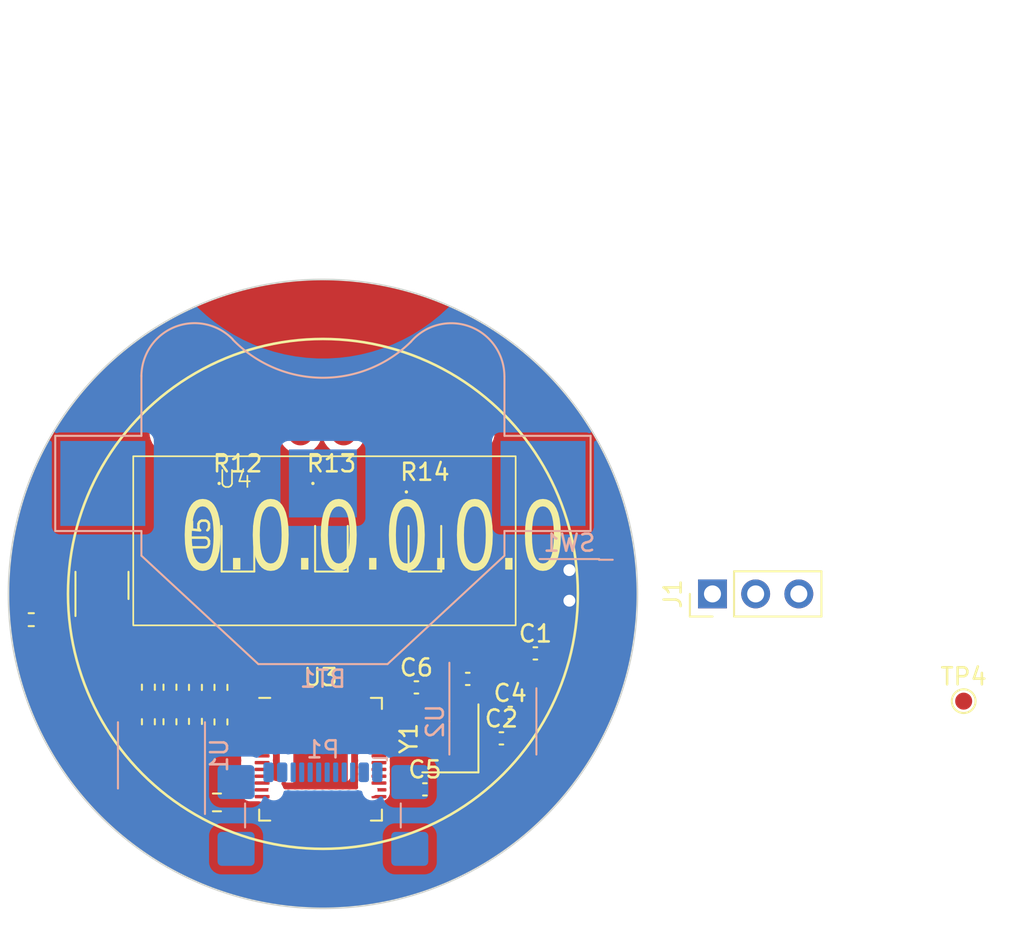
<source format=kicad_pcb>
(kicad_pcb (version 20221018) (generator pcbnew)
  (layers (0 "F.Cu" signal) (31 "B.Cu" signal) (34 "B.Paste" user) (35 "F.Paste" user) (36 "B.SilkS" user "B.Silkscreen") (37 "F.SilkS" user "F.Silkscreen") (38 "B.Mask" user) (39 "F.Mask" user) (44 "Edge.Cuts" user))
  (net 0 "")
  (net 1 "+3.3V")
  (net 2 "GND")
  (net 3 "Net-(U3-XIN)")
  (net 4 "Net-(U3-XOUT)")
  (net 5 "+1V1")
  (net 6 "Net-(R1-Pad1)")
  (net 7 "Net-(U1-~{CS})")
  (net 8 "+BATT")
  (net 9 "Net-(J1-Pin_1)")
  (net 10 "Net-(U3-RUN)")
  (net 11 "Net-(U1-DO(IO1))")
  (net 12 "Net-(U1-IO2)")
  (net 13 "Net-(U1-DI(IO0))")
  (net 14 "Net-(U1-CLK)")
  (net 15 "Net-(U1-IO3)")
  (net 17 "Net-(J1-Pin_3)")
  (net 18 "+5V")
  (net 19 "Net-(U5-PROG)")
  (net 20 "+3V3")
  (net 21 "/COM1")
  (net 22 "/COM2")
  (net 23 "/COM3")
  (net 24 "/COM4")
  (net 25 "/RTC_INT")
  (net 26 "/RTC_SDA")
  (net 27 "/A")
  (net 28 "/B")
  (net 29 "/C")
  (net 30 "/D")
  (net 31 "/E")
  (net 32 "/F")
  (net 33 "/G")
  (net 34 "/H")
  (net 35 "/I")
  (net 36 "/J")
  (net 37 "/K")
  (net 38 "/L")
  (net 40 "Net-(D1-A)")
  (net 51 "/usb_D-")
  (net 52 "/usb_D+")
  (net 56 "Net-(D2-A)")
  (net 57 "Net-(D3-A)")
  (net 58 "/light_en")
  (net 59 "/RTC_SCL")
  (net 60 "/light_sw")
  (footprint "Capacitor_SMD:C_0402_1005Metric" (layer "F.Cu") (at 156 111.5)
    (fp_text reference "C5" (at 0 -1.16) (layer "F.SilkS"))
    (fp_text value "1uF")
    (fp_line (start -0.107836 -0.36) (end 0.107836 -0.36) (stroke (width 0.12)) (layer "F.SilkS"))
    (fp_line (start -0.107836 0.36) (end 0.107836 0.36) (stroke (width 0.12)) (layer "F.SilkS"))
    (pad "1" smd roundrect (at -0.48 0) (size 0.56 0.62) (layers "F.Cu" "F.Paste" "F.Mask") (net 1 "+3.3V"))
    (pad "2" smd roundrect (at 0.48 0) (size 0.56 0.62) (layers "F.Cu" "F.Paste" "F.Mask") (net 2 "GND"))
  )
  (footprint "LED_SMD:LED_0805_2012Metric" (layer "F.Cu") (at 156 97 90)
    (fp_text reference "D3" hide)
    (fp_text value "LED" hide)
    (fp_line (start -1.685 -0.96) (end -1.685 0.96) (stroke (width 0.12)) (layer "F.SilkS"))
    (fp_line (start -1.685 0.96) (end 1 0.96) (stroke (width 0.12)) (layer "F.SilkS"))
    (fp_line (start 1 -0.96) (end -1.685 -0.96) (stroke (width 0.12)) (layer "F.SilkS"))
    (pad "1" smd roundrect (at -0.9375 0 90) (size 0.975 1.4) (layers "F.Cu" "F.Paste" "F.Mask") (net 2 "GND"))
    (pad "2" smd roundrect (at 0.9375 0 90) (size 0.975 1.4) (layers "F.Cu" "F.Paste" "F.Mask") (net 57 "Net-(D3-A)"))
  )
  (footprint "DIY_Watch_lib:6Dig7SegLCD" (layer "F.Cu") (at 150.09 96.75)
    (fp_text reference "U4" (at -5.25 -3.5 unlocked) (layer "F.SilkS") (effects (font (thickness 0.1))))
    (fp_text value "~")
    (fp_text user "0.0.0.0.0.0" (at -8.5 2.5 unlocked) (layer "F.SilkS") (effects (font (size 4 3) (thickness 0.1)) (justify left bottom)))
    (fp_rect (start -11.25 -4.85) (end 11.25 5.1) (stroke (width 0.1)) (fill none) (layer "F.SilkS"))
    (pad "1" smd circle (at -8.79 6.25) (size 1.524 1.524) (layers "F.Cu" "F.Paste" "F.Mask") (net 21 "/COM1"))
    (pad "2" smd circle (at -6.25 6.25) (size 1.524 1.524) (layers "F.Cu" "F.Paste" "F.Mask") (net 22 "/COM2"))
    (pad "3" smd circle (at -3.71 6.25) (size 1.524 1.524) (layers "F.Cu" "F.Paste" "F.Mask") (net 23 "/COM3"))
    (pad "4" smd circle (at -1.17 6.25) (size 1.524 1.524) (layers "F.Cu" "F.Paste" "F.Mask") (net 24 "/COM4"))
    (pad "5" smd circle (at 1.37 6.25) (size 1.524 1.524) (layers "F.Cu" "F.Paste" "F.Mask") (net 27 "/A"))
    (pad "6" smd circle (at 3.91 6.25) (size 1.524 1.524) (layers "F.Cu" "F.Paste" "F.Mask") (net 28 "/B"))
    (pad "7" smd circle (at 6.45 6.25) (size 1.524 1.524) (layers "F.Cu" "F.Paste" "F.Mask") (net 29 "/C"))
    (pad "8" smd circle (at 8.99 6.25) (size 1.524 1.524) (layers "F.Cu" "F.Paste" "F.Mask") (net 30 "/D"))
    (pad "9" smd circle (at 8.75 -6.25) (size 1.524 1.524) (layers "F.Cu" "F.Paste" "F.Mask") (net 31 "/E"))
    (pad "10" smd circle (at 6.21 -6.25) (size 1.524 1.524) (layers "F.Cu" "F.Paste" "F.Mask") (net 32 "/F"))
    (pad "11" smd circle (at 3.67 -6.25) (size 1.524 1.524) (layers "F.Cu" "F.Paste" "F.Mask") (net 33 "/G"))
    (pad "12" smd circle (at 1.13 -6.25) (size 1.524 1.524) (layers "F.Cu" "F.Paste" "F.Mask") (net 34 "/H"))
    (pad "13" smd circle (at -1.41 -6.25) (size 1.524 1.524) (layers "F.Cu" "F.Paste" "F.Mask") (net 35 "/I"))
    (pad "14" smd circle (at -3.95 -6.25) (size 1.524 1.524) (layers "F.Cu" "F.Paste" "F.Mask") (net 36 "/J"))
    (pad "15" smd circle (at -6.49 -6.25) (size 1.524 1.524) (layers "F.Cu" "F.Paste" "F.Mask") (net 37 "/K"))
    (pad "16" smd circle (at -9.03 -6.25) (size 1.524 1.524) (layers "F.Cu" "F.Paste" "F.Mask") (net 38 "/L"))
  )
  (footprint "Resistor_SMD:R_0603_1608Metric" (layer "F.Cu") (at 143.764 112.268 180)
    (fp_text reference "R1" hide)
    (fp_text value "1k" hide)
    (fp_line (start -0.237258 -0.5225) (end 0.237258 -0.5225) (stroke (width 0.12)) (layer "F.SilkS"))
    (fp_line (start -0.237258 0.5225) (end 0.237258 0.5225) (stroke (width 0.12)) (layer "F.SilkS"))
    (pad "1" smd roundrect (at -0.825 0 180) (size 0.8 0.95) (layers "F.Cu" "F.Paste" "F.Mask") (net 6 "Net-(R1-Pad1)"))
    (pad "2" smd roundrect (at 0.825 0 180) (size 0.8 0.95) (layers "F.Cu" "F.Paste" "F.Mask") (net 7 "Net-(U1-~{CS})"))
  )
  (footprint "Capacitor_SMD:C_0402_1005Metric" (layer "F.Cu") (at 162.5 103.5)
    (fp_text reference "C1" (at 0 -1.16) (layer "F.SilkS"))
    (fp_text value "1uF")
    (fp_line (start -0.107836 -0.36) (end 0.107836 -0.36) (stroke (width 0.12)) (layer "F.SilkS"))
    (fp_line (start -0.107836 0.36) (end 0.107836 0.36) (stroke (width 0.12)) (layer "F.SilkS"))
    (pad "1" smd roundrect (at -0.48 0) (size 0.56 0.62) (layers "F.Cu" "F.Paste" "F.Mask") (net 1 "+3.3V"))
    (pad "2" smd roundrect (at 0.48 0) (size 0.56 0.62) (layers "F.Cu" "F.Paste" "F.Mask") (net 2 "GND"))
  )
  (footprint "Resistor_SMD:R_0402_1005Metric" (layer "F.Cu") (at 139.73 105.49 -90)
    (fp_text reference "R3" hide)
    (fp_text value "5K" hide)
    (fp_line (start -0.153641 -0.38) (end 0.153641 -0.38) (stroke (width 0.12)) (layer "F.SilkS"))
    (fp_line (start -0.153641 0.38) (end 0.153641 0.38) (stroke (width 0.12)) (layer "F.SilkS"))
    (pad "1" smd roundrect (at -0.51 0 270) (size 0.54 0.64) (layers "F.Cu" "F.Paste" "F.Mask") (net 20 "+3V3"))
    (pad "2" smd roundrect (at 0.51 0 270) (size 0.54 0.64) (layers "F.Cu" "F.Paste" "F.Mask") (net 21 "/COM1"))
  )
  (footprint "Resistor_SMD:R_0402_1005Metric" (layer "F.Cu") (at 132.84 101.515)
    (fp_text reference "R2" hide)
    (fp_text value "R" hide)
    (fp_line (start -0.153641 -0.38) (end 0.153641 -0.38) (stroke (width 0.12)) (layer "F.SilkS"))
    (fp_line (start -0.153641 0.38) (end 0.153641 0.38) (stroke (width 0.12)) (layer "F.SilkS"))
    (pad "1" smd roundrect (at -0.51 0) (size 0.54 0.64) (layers "F.Cu" "F.Paste" "F.Mask") (net 19 "Net-(U5-PROG)"))
    (pad "2" smd roundrect (at 0.51 0) (size 0.54 0.64) (layers "F.Cu" "F.Paste" "F.Mask") (net 2 "GND"))
  )
  (footprint "LED_SMD:LED_0805_2012Metric" (layer "F.Cu") (at 150.5 97 90)
    (fp_text reference "D2" hide)
    (fp_text value "LED" hide)
    (fp_line (start -1.685 -0.96) (end -1.685 0.96) (stroke (width 0.12)) (layer "F.SilkS"))
    (fp_line (start -1.685 0.96) (end 1 0.96) (stroke (width 0.12)) (layer "F.SilkS"))
    (fp_line (start 1 -0.96) (end -1.685 -0.96) (stroke (width 0.12)) (layer "F.SilkS"))
    (pad "1" smd roundrect (at -0.9375 0 90) (size 0.975 1.4) (layers "F.Cu" "F.Paste" "F.Mask") (net 2 "GND"))
    (pad "2" smd roundrect (at 0.9375 0 90) (size 0.975 1.4) (layers "F.Cu" "F.Paste" "F.Mask") (net 56 "Net-(D2-A)"))
  )
  (footprint "Connector_PinHeader_2.54mm:PinHeader_1x03_P2.54mm_Vertical" (layer "F.Cu") (at 172.92 100 90)
    (fp_text reference "J1" (at 0 -2.33 90) (layer "F.SilkS"))
    (fp_text value "Debug Port")
    (fp_line (start -1.33 -1.33) (end 0 -1.33) (stroke (width 0.12)) (layer "F.SilkS"))
    (fp_line (start -1.33 0) (end -1.33 -1.33) (stroke (width 0.12)) (layer "F.SilkS"))
    (fp_line (start -1.33 1.27) (end -1.33 6.41) (stroke (width 0.12)) (layer "F.SilkS"))
    (fp_line (start -1.33 1.27) (end 1.33 1.27) (stroke (width 0.12)) (layer "F.SilkS"))
    (fp_line (start -1.33 6.41) (end 1.33 6.41) (stroke (width 0.12)) (layer "F.SilkS"))
    (fp_line (start 1.33 1.27) (end 1.33 6.41) (stroke (width 0.12)) (layer "F.SilkS"))
    (pad "1" thru_hole rect (at 0 0 90) (size 1.7 1.7) (drill 1) (layers "*.Cu" "*.Mask") (net 9 "Net-(J1-Pin_1)"))
    (pad "2" thru_hole oval (at 0 2.54 90) (size 1.7 1.7) (drill 1) (layers "*.Cu" "*.Mask") (net 2 "GND"))
    (pad "3" thru_hole oval (at 0 5.08 90) (size 1.7 1.7) (drill 1) (layers "*.Cu" "*.Mask") (net 17 "Net-(J1-Pin_3)"))
  )
  (footprint "Capacitor_SMD:C_0402_1005Metric" (layer "F.Cu") (at 158.52 105)
    (fp_text reference "C3" hide)
    (fp_text value "20pF" hide)
    (fp_line (start -0.107836 -0.36) (end 0.107836 -0.36) (stroke (width 0.12)) (layer "F.SilkS"))
    (fp_line (start -0.107836 0.36) (end 0.107836 0.36) (stroke (width 0.12)) (layer "F.SilkS"))
    (pad "1" smd roundrect (at -0.48 0) (size 0.56 0.62) (layers "F.Cu" "F.Paste" "F.Mask") (net 2 "GND"))
    (pad "2" smd roundrect (at 0.48 0) (size 0.56 0.62) (layers "F.Cu" "F.Paste" "F.Mask") (net 4 "Net-(U3-XOUT)"))
  )
  (footprint "Resistor_SMD:R_0402_1005Metric" (layer "F.Cu") (at 139.73 107.522 -90)
    (fp_text reference "R4" hide)
    (fp_text value "5K" hide)
    (fp_line (start -0.153641 -0.38) (end 0.153641 -0.38) (stroke (width 0.12)) (layer "F.SilkS"))
    (fp_line (start -0.153641 0.38) (end 0.153641 0.38) (stroke (width 0.12)) (layer "F.SilkS"))
    (pad "1" smd roundrect (at -0.51 0 270) (size 0.54 0.64) (layers "F.Cu" "F.Paste" "F.Mask") (net 21 "/COM1"))
    (pad "2" smd roundrect (at 0.51 0 270) (size 0.54 0.64) (layers "F.Cu" "F.Paste" "F.Mask") (net 2 "GND"))
  )
  (footprint "Resistor_SMD:R_0402_1005Metric" (layer "F.Cu") (at 141 105.49 -90)
    (fp_text reference "R5" hide)
    (fp_text value "5K" hide)
    (fp_line (start -0.153641 -0.38) (end 0.153641 -0.38) (stroke (width 0.12)) (layer "F.SilkS"))
    (fp_line (start -0.153641 0.38) (end 0.153641 0.38) (stroke (width 0.12)) (layer "F.SilkS"))
    (pad "1" smd roundrect (at -0.51 0 270) (size 0.54 0.64) (layers "F.Cu" "F.Paste" "F.Mask") (net 20 "+3V3"))
    (pad "2" smd roundrect (at 0.51 0 270) (size 0.54 0.64) (layers "F.Cu" "F.Paste" "F.Mask") (net 22 "/COM2"))
  )
  (footprint "LED_SMD:LED_0402_1005Metric" (layer "F.Cu") (at 144.985 93.5)
    (fp_text reference "R12" (at 0 -1.17) (layer "F.SilkS"))
    (fp_text value "300")
    (fp_circle (center -1.09 0) (end -1.04 0) (stroke (width 0.1)) (fill none) (layer "F.SilkS"))
    (pad "1" smd roundrect (at -0.485 0) (size 0.59 0.64) (layers "F.Cu" "F.Paste" "F.Mask") (net 58 "/light_en"))
    (pad "2" smd roundrect (at 0.485 0) (size 0.59 0.64) (layers "F.Cu" "F.Paste" "F.Mask") (net 40 "Net-(D1-A)"))
  )
  (footprint "Capacitor_SMD:C_0402_1005Metric" (layer "F.Cu") (at 161.02 107)
    (fp_text reference "C4" (at 0 -1.16) (layer "F.SilkS"))
    (fp_text value "1uF")
    (fp_line (start -0.107836 -0.36) (end 0.107836 -0.36) (stroke (width 0.12)) (layer "F.SilkS"))
    (fp_line (start -0.107836 0.36) (end 0.107836 0.36) (stroke (width 0.12)) (layer "F.SilkS"))
    (pad "1" smd roundrect (at -0.48 0) (size 0.56 0.62) (layers "F.Cu" "F.Paste" "F.Mask") (net 5 "+1V1"))
    (pad "2" smd roundrect (at 0.48 0) (size 0.56 0.62) (layers "F.Cu" "F.Paste" "F.Mask") (net 2 "GND"))
  )
  (footprint "Resistor_SMD:R_0402_1005Metric" (layer "F.Cu") (at 144 105.5 -90)
    (fp_text reference "R7" hide)
    (fp_text value "5K" hide)
    (fp_line (start -0.153641 -0.38) (end 0.153641 -0.38) (stroke (width 0.12)) (layer "F.SilkS"))
    (fp_line (start -0.153641 0.38) (end 0.153641 0.38) (stroke (width 0.12)) (layer "F.SilkS"))
    (pad "1" smd roundrect (at -0.51 0 270) (size 0.54 0.64) (layers "F.Cu" "F.Paste" "F.Mask") (net 20 "+3V3"))
    (pad "2" smd roundrect (at 0.51 0 270) (size 0.54 0.64) (layers "F.Cu" "F.Paste" "F.Mask") (net 23 "/COM3"))
  )
  (footprint "TestPoint:TestPoint_Pad_D1.0mm" (layer "F.Cu") (at 187.7 106.31)
    (fp_text reference "TP4" (at 0 -1.448) (layer "F.SilkS"))
    (fp_text value "TestPoint")
    (fp_circle (center 0 0) (end 0 0.7) (stroke (width 0.12)) (fill none) (layer "F.SilkS"))
    (pad "1" smd circle (at 0 0) (size 1 1) (layers "F.Cu" "F.Mask") (net 10 "Net-(U3-RUN)"))
  )
  (footprint "Package_TO_SOT_SMD:TSOT-23-5" (layer "F.Cu") (at 137 99.5 90)
    (fp_text reference "U5" (at 3.0025 5.84 90) (layer "F.SilkS"))
    (fp_text value "LTC4054ES5-4.2")
    (fp_line (start 0 -1.56) (end -1.8 -1.56) (stroke (width 0.12)) (layer "F.SilkS"))
    (fp_line (start 0 -1.56) (end 0.8 -1.56) (stroke (width 0.12)) (layer "F.SilkS"))
    (fp_line (start 0 1.56) (end -0.8 1.56) (stroke (width 0.12)) (layer "F.SilkS"))
    (fp_line (start 0 1.56) (end 0.8 1.56) (stroke (width 0.12)) (layer "F.SilkS"))
    (pad "1" smd roundrect (at -1.1375 -0.95 90) (size 1.325 0.6) (layers "F.Cu" "F.Paste" "F.Mask"))
    (pad "2" smd roundrect (at -1.1375 0 90) (size 1.325 0.6) (layers "F.Cu" "F.Paste" "F.Mask") (net 2 "GND"))
    (pad "3" smd roundrect (at -1.1375 0.95 90) (size 1.325 0.6) (layers "F.Cu" "F.Paste" "F.Mask") (net 8 "+BATT"))
    (pad "4" smd roundrect (at 1.1375 0.95 90) (size 1.325 0.6) (layers "F.Cu" "F.Paste" "F.Mask") (net 18 "+5V"))
    (pad "5" smd roundrect (at 1.1375 -0.95 90) (size 1.325 0.6) (layers "F.Cu" "F.Paste" "F.Mask") (net 19 "Net-(U5-PROG)"))
  )
  (footprint "Resistor_SMD:R_0402_1005Metric" (layer "F.Cu") (at 141 107.522 -90)
    (fp_text reference "R6" hide)
    (fp_text value "5K" hide)
    (fp_line (start -0.153641 -0.38) (end 0.153641 -0.38) (stroke (width 0.12)) (layer "F.SilkS"))
    (fp_line (start -0.153641 0.38) (end 0.153641 0.38) (stroke (width 0.12)) (layer "F.SilkS"))
    (pad "1" smd roundrect (at -0.51 0 270) (size 0.54 0.64) (layers "F.Cu" "F.Paste" "F.Mask") (net 22 "/COM2"))
    (pad "2" smd roundrect (at 0.51 0 270) (size 0.54 0.64) (layers "F.Cu" "F.Paste" "F.Mask") (net 2 "GND"))
  )
  (footprint "Resistor_SMD:R_0402_1005Metric" (layer "F.Cu") (at 142.5 107.5 -90)
    (fp_text reference "R10" hide)
    (fp_text value "5K" hide)
    (fp_line (start -0.153641 -0.38) (end 0.153641 -0.38) (stroke (width 0.12)) (layer "F.SilkS"))
    (fp_line (start -0.153641 0.38) (end 0.153641 0.38) (stroke (width 0.12)) (layer "F.SilkS"))
    (pad "1" smd roundrect (at -0.51 0 270) (size 0.54 0.64) (layers "F.Cu" "F.Paste" "F.Mask") (net 24 "/COM4"))
    (pad "2" smd roundrect (at 0.51 0 270) (size 0.54 0.64) (layers "F.Cu" "F.Paste" "F.Mask") (net 2 "GND"))
  )
  (footprint "Package_DFN_QFN:QFN-56-1EP_7x7mm_P0.4mm_EP3.2x3.2mm" (layer "F.Cu") (at 149.86 109.728)
    (fp_text reference "U3" (at 0 -4.82) (layer "F.SilkS"))
    (fp_text value "RP2040")
    (fp_line (start -3.61 3.61) (end -3.61 2.96) (stroke (width 0.12)) (layer "F.SilkS"))
    (fp_line (start -2.96 -3.61) (end -3.61 -3.61) (stroke (width 0.12)) (layer "F.SilkS"))
    (fp_line (start -2.96 3.61) (end -3.61 3.61) (stroke (width 0.12)) (layer "F.SilkS"))
    (fp_line (start 2.96 -3.61) (end 3.61 -3.61) (stroke (width 0.12)) (layer "F.SilkS"))
    (fp_line (start 2.96 3.61) (end 3.61 3.61) (stroke (width 0.12)) (layer "F.SilkS"))
    (fp_line (start 3.61 -3.61) (end 3.61 -2.96) (stroke (width 0.12)) (layer "F.SilkS"))
    (fp_line (start 3.61 3.61) (end 3.61 2.96) (stroke (width 0.12)) (layer "F.SilkS"))
    (pad "1" smd roundrect (at -3.4375 -2.6) (size 0.875 0.2) (layers "F.Cu" "F.Paste" "F.Mask") (net 1 "+3.3V"))
    (pad "2" smd roundrect (at -3.4375 -2.2) (size 0.875 0.2) (layers "F.Cu" "F.Paste" "F.Mask") (net 21 "/COM1"))
    (pad "3" smd roundrect (at -3.4375 -1.8) (size 0.875 0.2) (layers "F.Cu" "F.Paste" "F.Mask") (net 22 "/COM2"))
    (pad "4" smd roundrect (at -3.4375 -1.4) (size 0.875 0.2) (layers "F.Cu" "F.Paste" "F.Mask") (net 23 "/COM3"))
    (pad "5" smd roundrect (at -3.4375 -1) (size 0.875 0.2) (layers "F.Cu" "F.Paste" "F.Mask") (net 24 "/COM4"))
    (pad "6" smd roundrect (at -3.4375 -0.6) (size 0.875 0.2) (layers "F.Cu" "F.Paste" "F.Mask") (net 27 "/A"))
    (pad "7" smd roundrect (at -3.4375 -0.2) (size 0.875 0.2) (layers "F.Cu" "F.Paste" "F.Mask") (net 28 "/B"))
    (pad "8" smd roundrect (at -3.4375 0.2) (size 0.875 0.2) (layers "F.Cu" "F.Paste" "F.Mask") (net 29 "/C"))
    (pad "9" smd roundrect (at -3.4375 0.6) (size 0.875 0.2) (layers "F.Cu" "F.Paste" "F.Mask") (net 30 "/D"))
    (pad "10" smd roundrect (at -3.4375 1) (size 0.875 0.2) (layers "F.Cu" "F.Paste" "F.Mask") (net 1 "+3.3V"))
    (pad "11" smd roundrect (at -3.4375 1.4) (size 0.875 0.2) (layers "F.Cu" "F.Paste" "F.Mask") (net 31 "/E"))
    (pad "12" smd roundrect (at -3.4375 1.8) (size 0.875 0.2) (layers "F.Cu" "F.Paste" "F.Mask") (net 32 "/F"))
    (pad "13" smd roundrect (at -3.4375 2.2) (size 0.875 0.2) (layers "F.Cu" "F.Paste" "F.Mask") (net 33 "/G"))
    (pad "14" smd roundrect (at -3.4375 2.6) (size 0.875 0.2) (layers "F.Cu" "F.Paste" "F.Mask") (net 34 "/H"))
    (pad "15" smd roundrect (at -2.6 3.4375) (size 0.2 0.875) (layers "F.Cu" "F.Paste" "F.Mask") (net 35 "/I"))
    (pad "16" smd roundrect (at -2.2 3.4375) (size 0.2 0.875) (layers "F.Cu" "F.Paste" "F.Mask") (net 36 "/J"))
    (pad "17" smd roundrect (at -1.8 3.4375) (size 0.2 0.875) (layers "F.Cu" "F.Paste" "F.Mask") (net 37 "/K"))
    (pad "18" smd roundrect (at -1.4 3.4375) (size 0.2 0.875) (layers "F.Cu" "F.Paste" "F.Mask") (net 38 "/L"))
    (pad "19" smd roundrect (at -1 3.4375) (size 0.2 0.875) (layers "F.Cu" "F.Paste" "F.Mask") (net 2 "GND"))
    (pad "20" smd roundrect (at -0.6 3.4375) (size 0.2 0.875) (layers "F.Cu" "F.Paste" "F.Mask") (net 3 "Net-(U3-XIN)"))
    (pad "21" smd roundrect (at -0.2 3.4375) (size 0.2 0.875) (layers "F.Cu" "F.Paste" "F.Mask") (net 4 "Net-(U3-XOUT)"))
    (pad "22" smd roundrect (at 0.2 3.4375) (size 0.2 0.875) (layers "F.Cu" "F.Paste" "F.Mask") (net 1 "+3.3V"))
    (pad "23" smd roundrect (at 0.6 3.4375) (size 0.2 0.875) (layers "F.Cu" "F.Paste" "F.Mask") (net 5 "+1V1"))
    (pad "24" smd roundrect (at 1 3.4375) (size 0.2 0.875) (layers "F.Cu" "F.Paste" "F.Mask") (net 9 "Net-(J1-Pin_1)"))
    (pad "25" smd roundrect (at 1.4 3.4375) (size 0.2 0.875) (layers "F.Cu" "F.Paste" "F.Mask") (net 17 "Net-(J1-Pin_3)"))
    (pad "26" smd roundrect (at 1.8 3.4375) (size 0.2 0.875) (layers "F.Cu" "F.Paste" "F.Mask") (net 10 "Net-(U3-RUN)"))
    (pad "27" smd roundrect (at 2.2 3.4375) (size 0.2 0.875) (layers "F.Cu" "F.Paste" "F.Mask") (net 26 "/RTC_SDA"))
    (pad "28" smd roundrect (at 2.6 3.4375) (size 0.2 0.875) (layers "F.Cu" "F.Paste" "F.Mask") (net 59 "/RTC_SCL"))
    (pad "29" smd roundrect (at 3.4375 2.6) (size 0.875 0.2) (layers "F.Cu" "F.Paste" "F.Mask") (net 25 "/RTC_INT"))
    (pad "30" smd roundrect (at 3.4375 2.2) (size 0.875 0.2) (layers "F.Cu" "F.Paste" "F.Mask") (net 60 "/light_sw"))
    (pad "31" smd roundrect (at 3.4375 1.8) (size 0.875 0.2) (layers "F.Cu" "F.Paste" "F.Mask"))
    (pad "32" smd roundrect (at 3.4375 1.4) (size 0.875 0.2) (layers "F.Cu" "F.Paste" "F.Mask"))
    (pad "33" smd roundrect (at 3.4375 1) (size 0.875 0.2) (layers "F.Cu" "F.Paste" "F.Mask") (net 1 "+3.3V"))
    (pad "34" smd roundrect (at 3.4375 0.6) (size 0.875 0.2) (layers "F.Cu" "F.Paste" "F.Mask"))
    (pad "35" smd roundrect (at 3.4375 0.2) (size 0.875 0.2) (layers "F.Cu" "F.Paste" "F.Mask"))
    (pad "36" smd roundrect (at 3.4375 -0.2) (size 0.875 0.2) (layers "F.Cu" "F.Paste" "F.Mask"))
    (pad "37" smd roundrect (at 3.4375 -0.6) (size 0.875 0.2) (layers "F.Cu" "F.Paste" "F.Mask"))
    (pad "38" smd roundrect (at 3.4375 -1) (size 0.875 0.2) (layers "F.Cu" "F.Paste" "F.Mask"))
    (pad "39" smd roundrect (at 3.4375 -1.4) (size 0.875 0.2) (layers "F.Cu" "F.Paste" "F.Mask"))
    (pad "40" smd roundrect (at 3.4375 -1.8) (size 0.875 0.2) (layers "F.Cu" "F.Paste" "F.Mask"))
    (pad "41" smd roundrect (at 3.4375 -2.2) (size 0.875 0.2) (layers "F.Cu" "F.Paste" "F.Mask"))
    (pad "42" smd roundrect (at 3.4375 -2.6) (size 0.875 0.2) (layers "F.Cu" "F.Paste" "F.Mask") (net 1 "+3.3V"))
    (pad "43" smd roundrect (at 2.6 -3.4375) (size 0.2 0.875) (layers "F.Cu" "F.Paste" "F.Mask") (net 1 "+3.3V"))
    (pad "44" smd roundrect (at 2.2 -3.4375) (size 0.2 0.875) (layers "F.Cu" "F.Paste" "F.Mask") (net 1 "+3.3V"))
    (pad "45" smd roundrect (at 1.8 -3.4375) (size 0.2 0.875) (layers "F.Cu" "F.Paste" "F.Mask") (net 5 "+1V1"))
    (pad "46" smd roundrect (at 1.4 -3.4375) (size 0.2 0.875) (layers "F.Cu" "F.Paste" "F.Mask") (net 51 "/usb_D-"))
    (pad "47" smd roundrect (at 1 -3.4375) (size 0.2 0.875) (layers "F.Cu" "F.Paste" "F.Mask") (net 52 "/usb_D+"))
    (pad "48" smd roundrect (at 0.6 -3.4375) (size 0.2 0.875) (layers "F.Cu" "F.Paste" "F.Mask") (net 1 "+3.3V"))
    (pad "49" smd roundrect (at 0.2 -3.4375) (size 0.2 0.875) (layers "F.Cu" "F.Paste" "F.Mask") (net 1 "+3.3V"))
    (pad "50" smd roundrect (at -0.2 -3.4375) (size 0.2 0.875) (layers "F.Cu" "F.Paste" "F.Mask") (net 5 "+1V1"))
    (pad "51" smd roundrect (at -0.6 -3.4375) (size 0.2 0.875) (layers "F.Cu" "F.Paste" "F.Mask") (net 15 "Net-(U1-IO3)"))
    (pad "52" smd roundrect (at -1 -3.4375) (size 0.2 0.875) (layers "F.Cu" "F.Paste" "F.Mask") (net 14 "Net-(U1-CLK)"))
    (pad "53" smd roundrect (at -1.4 -3.4375) (size 0.2 0.875) (layers "F.Cu" "F.Paste" "F.Mask") (net 13 "Net-(U1-DI(IO0))"))
    (pad "54" smd roundrect (at -1.8 -3.4375) (size 0.2 0.875) (layers "F.Cu" "F.Paste" "F.Mask") (net 12 "Net-(U1-IO2)"))
    (pad "55" smd roundrect (at -2.2 -3.4375) (size 0.2 0.875) (layers "F.Cu" "F.Paste" "F.Mask") (net 11 "Net-(U1-DO(IO1))"))
    (pad "56" smd roundrect (at -2.6 -3.4375) (size 0.2 0.875) (layers "F.Cu" "F.Paste" "F.Mask") (net 7 "Net-(U1-~{CS})"))
    (pad "57" smd rect (at 0 0) (size 3.2 3.2) (layers "F.Cu" "F.Mask") (net 2 "GND"))
  )
  (footprint "Resistor_SMD:R_0402_1005Metric" (layer "F.Cu") (at 142.5 105.5 -90)
    (fp_text reference "R9" hide)
    (fp_text value "5K" hide)
    (fp_line (start -0.153641 -0.38) (end 0.153641 -0.38) (stroke (width 0.12)) (layer "F.SilkS"))
    (fp_line (start -0.153641 0.38) (end 0.153641 0.38) (stroke (width 0.12)) (layer "F.SilkS"))
    (pad "1" smd roundrect (at -0.51 0 270) (size 0.54 0.64) (layers "F.Cu" "F.Paste" "F.Mask") (net 20 "+3V3"))
    (pad "2" smd roundrect (at 0.51 0 270) (size 0.54 0.64) (layers "F.Cu" "F.Paste" "F.Mask") (net 24 "/COM4"))
  )
  (footprint "LED_SMD:LED_0402_1005Metric" (layer "F.Cu") (at 150.5 93.5)
    (fp_text reference "R13" (at 0 -1.17) (layer "F.SilkS"))
    (fp_text value "300")
    (fp_circle (center -1.09 0) (end -1.04 0) (stroke (width 0.1)) (fill none) (layer "F.SilkS"))
    (pad "1" smd roundrect (at -0.485 0) (size 0.59 0.64) (layers "F.Cu" "F.Paste" "F.Mask") (net 58 "/light_en"))
    (pad "2" smd roundrect (at 0.485 0) (size 0.59 0.64) (layers "F.Cu" "F.Paste" "F.Mask") (net 56 "Net-(D2-A)"))
  )
  (footprint "Capacitor_SMD:C_0402_1005Metric" (layer "F.Cu") (at 155.5 105.5)
    (fp_text reference "C6" (at 0 -1.16) (layer "F.SilkS"))
    (fp_text value "1uF")
    (fp_line (start -0.107836 -0.36) (end 0.107836 -0.36) (stroke (width 0.12)) (layer "F.SilkS"))
    (fp_line (start -0.107836 0.36) (end 0.107836 0.36) (stroke (width 0.12)) (layer "F.SilkS"))
    (pad "1" smd roundrect (at -0.48 0) (size 0.56 0.62) (layers "F.Cu" "F.Paste" "F.Mask") (net 1 "+3.3V"))
    (pad "2" smd roundrect (at 0.48 0) (size 0.56 0.62) (layers "F.Cu" "F.Paste" "F.Mask") (net 2 "GND"))
  )
  (footprint "Capacitor_SMD:C_0402_1005Metric" (layer "F.Cu") (at 160.5 108.5)
    (fp_text reference "C2" (at 0 -1.16) (layer "F.SilkS"))
    (fp_text value "20pF")
    (fp_line (start -0.107836 -0.36) (end 0.107836 -0.36) (stroke (width 0.12)) (layer "F.SilkS"))
    (fp_line (start -0.107836 0.36) (end 0.107836 0.36) (stroke (width 0.12)) (layer "F.SilkS"))
    (pad "1" smd roundrect (at -0.48 0) (size 0.56 0.62) (layers "F.Cu" "F.Paste" "F.Mask") (net 2 "GND"))
    (pad "2" smd roundrect (at 0.48 0) (size 0.56 0.62) (layers "F.Cu" "F.Paste" "F.Mask") (net 3 "Net-(U3-XIN)"))
  )
  (footprint "LED_SMD:LED_0402_1005Metric" (layer "F.Cu") (at 156 94)
    (fp_text reference "R14" (at 0 -1.17) (layer "F.SilkS"))
    (fp_text value "300")
    (fp_circle (center -1.09 0) (end -1.04 0) (stroke (width 0.1)) (fill none) (layer "F.SilkS"))
    (pad "1" smd roundrect (at -0.485 0) (size 0.59 0.64) (layers "F.Cu" "F.Paste" "F.Mask") (net 58 "/light_en"))
    (pad "2" smd roundrect (at 0.485 0) (size 0.59 0.64) (layers "F.Cu" "F.Paste" "F.Mask") (net 57 "Net-(D3-A)"))
  )
  (footprint "Crystal:Crystal_SMD_3225-4Pin_3.2x2.5mm" (layer "F.Cu") (at 157.5 108.5 90)
    (fp_text reference "Y1" (at 0 -2.45 90) (layer "F.SilkS"))
    (fp_text value "12MHz_crystal")
    (fp_line (start -2 -1.65) (end -2 1.65) (stroke (width 0.12)) (layer "F.SilkS"))
    (fp_line (start -2 1.65) (end 2 1.65) (stroke (width 0.12)) (layer "F.SilkS"))
    (pad "1" smd rect (at -1.1 0.85 90) (size 1.4 1.2) (layers "F.Cu" "F.Paste" "F.Mask") (net 4 "Net-(U3-XOUT)"))
    (pad "2" smd rect (at 1.1 0.85 90) (size 1.4 1.2) (layers "F.Cu" "F.Paste" "F.Mask") (net 2 "GND"))
    (pad "3" smd rect (at 1.1 -0.85 90) (size 1.4 1.2) (layers "F.Cu" "F.Paste" "F.Mask") (net 3 "Net-(U3-XIN)"))
    (pad "4" smd rect (at -1.1 -0.85 90) (size 1.4 1.2) (layers "F.Cu" "F.Paste" "F.Mask") (net 2 "GND"))
  )
  (footprint "LED_SMD:LED_0805_2012Metric" (layer "F.Cu") (at 145 97 90)
    (fp_text reference "D1" hide)
    (fp_text value "LED" hide)
    (fp_line (start -1.685 -0.96) (end -1.685 0.96) (stroke (width 0.12)) (layer "F.SilkS"))
    (fp_line (start -1.685 0.96) (end 1 0.96) (stroke (width 0.12)) (layer "F.SilkS"))
    (fp_line (start 1 -0.96) (end -1.685 -0.96) (stroke (width 0.12)) (layer "F.SilkS"))
    (pad "1" smd roundrect (at -0.9375 0 90) (size 0.975 1.4) (layers "F.Cu" "F.Paste" "F.Mask") (net 2 "GND"))
    (pad "2" smd roundrect (at 0.9375 0 90) (size 0.975 1.4) (layers "F.Cu" "F.Paste" "F.Mask") (net 40 "Net-(D1-A)"))
  )
  (footprint "Resistor_SMD:R_0402_1005Metric" (layer "F.Cu") (at 144 107.532 -90)
    (fp_text reference "R8" hide)
    (fp_text value "5K" hide)
    (fp_line (start -0.153641 -0.38) (end 0.153641 -0.38) (stroke (width 0.12)) (layer "F.SilkS"))
    (fp_line (start -0.153641 0.38) (end 0.153641 0.38) (stroke (width 0.12)) (layer "F.SilkS"))
    (pad "1" smd roundrect (at -0.51 0 270) (size 0.54 0.64) (layers "F.Cu" "F.Paste" "F.Mask") (net 23 "/COM3"))
    (pad "2" smd roundrect (at 0.51 0 270) (size 0.54 0.64) (layers "F.Cu" "F.Paste" "F.Mask") (net 2 "GND"))
  )
  (footprint "Package_SO:SOIC-8_3.9x4.9mm_P1.27mm" (layer "B.Cu") (at 140.5 109.5 90)
    (fp_text reference "U1" (at 0 3.4 90) (layer "B.SilkS") (effects (justify mirror)))
    (fp_text value "W25Q32JVSS")
    (fp_line (start 0 -2.56) (end -1.95 -2.56) (stroke (width 0.12)) (layer "B.SilkS"))
    (fp_line (start 0 -2.56) (end 1.95 -2.56) (stroke (width 0.12)) (layer "B.SilkS"))
    (fp_line (start 0 2.56) (end -3.45 2.56) (stroke (width 0.12)) (layer "B.SilkS"))
    (fp_line (start 0 2.56) (end 1.95 2.56) (stroke (width 0.12)) (layer "B.SilkS"))
    (pad "1" smd roundrect (at -2.475 1.905 90) (size 1.95 0.6) (layers "B.Cu" "B.Paste" "B.Mask") (net 7 "Net-(U1-~{CS})"))
    (pad "2" smd roundrect (at -2.475 0.635 90) (size 1.95 0.6) (layers "B.Cu" "B.Paste" "B.Mask") (net 11 "Net-(U1-DO(IO1))"))
    (pad "3" smd roundrect (at -2.475 -0.635 90) (size 1.95 0.6) (layers "B.Cu" "B.Paste" "B.Mask") (net 12 "Net-(U1-IO2)"))
    (pad "4" smd roundrect (at -2.475 -1.905 90) (size 1.95 0.6) (layers "B.Cu" "B.Paste" "B.Mask") (net 2 "GND"))
    (pad "5" smd roundrect (at 2.475 -1.905 90) (size 1.95 0.6) (layers "B.Cu" "B.Paste" "B.Mask") (net 13 "Net-(U1-DI(IO0))"))
    (pad "6" smd roundrect (at 2.475 -0.635 90) (size 1.95 0.6) (layers "B.Cu" "B.Paste" "B.Mask") (net 14 "Net-(U1-CLK)"))
    (pad "7" smd roundrect (at 2.475 0.635 90) (size 1.95 0.6) (layers "B.Cu" "B.Paste" "B.Mask") (net 15 "Net-(U1-IO3)"))
    (pad "8" smd roundrect (at 2.475 1.905 90) (size 1.95 0.6) (layers "B.Cu" "B.Paste" "B.Mask") (net 1 "+3.3V"))
  )
  (footprint "Connector_USB:USB_C_Receptacle_GCT_USB4110" (layer "B.Cu") (at 150 114.175 180)
    (fp_text reference "P1" (at 0 5.015 unlocked) (layer "B.SilkS") (effects (justify mirror)))
    (fp_text value "USB_C_Plug_USB2.0")
    (fp_line (start -4.58 0.435) (end -4.58 1.845) (stroke (width 0.12)) (layer "B.SilkS"))
    (fp_line (start -3.76 4.515) (end -3.76 4.365) (stroke (width 0.12)) (layer "B.SilkS"))
    (fp_line (start -2.96 4.515) (end -3.76 4.515) (stroke (width 0.12)) (layer "B.SilkS"))
    (fp_line (start 4.58 0.435) (end 4.58 1.845) (stroke (width 0.12)) (layer "B.SilkS"))
    (pad "" np_thru_hole circle (at -2.89 2.605 180) (size 0.65 0.65) (drill 0.65) (layers "F&B.Cu" "*.Mask"))
    (pad "" np_thru_hole circle (at 2.89 2.605 180) (size 0.65 0.65) (drill 0.65) (layers "F&B.Cu" "*.Mask"))
    (pad "A1" smd roundrect (at -3.2 3.68 180) (size 0.6 1.15) (layers "B.Cu" "B.Paste" "B.Mask") (net 2 "GND"))
    (pad "A4" smd roundrect (at -2.4 3.68 180) (size 0.6 1.15) (layers "B.Cu" "B.Paste" "B.Mask") (net 18 "+5V"))
    (pad "A5" smd roundrect (at -1.25 3.68 180) (size 0.3 1.15) (layers "B.Cu" "B.Paste" "B.Mask"))
    (pad "A6" smd roundrect (at -0.25 3.68 180) (size 0.3 1.15) (layers "B.Cu" "B.Paste" "B.Mask") (net 52 "/usb_D+"))
    (pad "A7" smd roundrect (at 0.25 3.68 180) (size 0.3 1.15) (layers "B.Cu" "B.Paste" "B.Mask") (net 51 "/usb_D-"))
    (pad "A8" smd roundrect (at 1.25 3.68 180) (size 0.3 1.15) (layers "B.Cu" "B.Paste" "B.Mask"))
    (pad "A9" smd roundrect (at 2.4 3.68 180) (size 0.6 1.15) (layers "B.Cu" "B.Paste" "B.Mask") (net 18 "+5V"))
    (pad "A12" smd roundrect (at 3.2 3.68 180) (size 0.6 1.15) (layers "B.Cu" "B.Paste" "B.Mask") (net 2 "GND"))
    (pad "B1" smd roundrect (at 3.2 3.68 180) (size 0.6 1.15) (layers "B.Cu" "B.Paste" "B.Mask") (net 2 "GND"))
    (pad "B4" smd roundrect (at 2.4 3.68 180) (size 0.6 1.15) (layers "B.Cu" "B.Paste" "B.Mask") (net 18 "+5V"))
    (pad "B5" smd roundrect (at 1.75 3.68 180) (size 0.3 1.15) (layers "B.Cu" "B.Paste" "B.Mask"))
    (pad "B6" smd roundrect (at 0.75 3.68 180) (size 0.3 1.15) (layers "B.Cu" "B.Paste" "B.Mask"))
    (pad "B7" smd roundrect (at -0.75 3.68 180) (size 0.3 1.15) (layers "B.Cu" "B.Paste" "B.Mask"))
    (pad "B8" smd roundrect (at -1.75 3.68 180) (size 0.3 1.15) (layers "B.Cu" "B.Paste" "B.Mask"))
    (pad "B9" smd roundrect (at -2.4 3.68 180) (size 0.6 1.15) (layers "B.Cu" "B.Paste" "B.Mask") (net 18 "+5V"))
    (pad "B12" smd roundrect (at -3.2 3.68 180) (size 0.6 1.15) (layers "B.Cu" "B.Paste" "B.Mask") (net 2 "GND"))
    (pad "S1" smd roundrect (at -5.11 -0.825 180) (size 2.18 2) (layers "B.Cu" "B.Paste" "B.Mask") (roundrect_rratio 0.125))
    (pad "S1" smd roundrect (at -5.11 3.105 180) (size 2.18 2) (layers "B.Cu" "B.Paste" "B.Mask") (roundrect_rratio 0.125))
    (pad "S1" smd roundrect (at 5.11 -0.825 180) (size 2.18 2) (layers "B.Cu" "B.Paste" "B.Mask") (roundrect_rratio 0.125))
    (pad "S1" smd roundrect (at 5.11 3.105 180) (size 2.18 2) (layers "B.Cu" "B.Paste" "B.Mask") (roundrect_rratio 0.125))
  )
  (footprint "Battery:BatteryHolder_Multicomp_BC-2001_1x2032" (layer "B.Cu") (at 150 93.5 180)
    (fp_text reference "BT1" (at 0 -11.5) (layer "B.SilkS") (effects (justify mirror)))
    (fp_text value "Battery_Cell")
    (fp_line (start -15.75 -2.8) (end -15.75 2.8) (stroke (width 0.12)) (layer "B.SilkS"))
    (fp_line (start -15.75 -2.8) (end -10.68 -2.8) (stroke (width 0.12)) (layer "B.SilkS"))
    (fp_line (start -15.75 2.8) (end -10.68 2.8) (stroke (width 0.12)) (layer "B.SilkS"))
    (fp_line (start -10.68 -4.25) (end -3.8 -10.63) (stroke (width 0.12)) (layer "B.SilkS"))
    (fp_line (start -10.68 -2.8) (end -10.68 -4.25) (stroke (width 0.12)) (layer "B.SilkS"))
    (fp_line (start -10.68 2.8) (end -10.68 6.28) (stroke (width 0.12)) (layer "B.SilkS"))
    (fp_line (start 3.8 -10.63) (end -3.8 -10.63) (stroke (width 0.12)) (layer "B.SilkS"))
    (fp_line (start 10.68 -4.25) (end 3.8 -10.63) (stroke (width 0.12)) (layer "B.SilkS"))
    (fp_line (start 10.68 -2.8) (end 10.68 -4.25) (stroke (width 0.12)) (layer "B.SilkS"))
    (fp_line (start 10.68 -2.8) (end 15.75 -2.8) (stroke (width 0.12)) (layer "B.SilkS"))
    (fp_line (start 10.68 2.8) (end 10.68 6.35) (stroke (width 0.12)) (layer "B.SilkS"))
    (fp_line (start 15.75 -2.8) (end 15.75 2.8) (stroke (width 0.12)) (layer "B.SilkS"))
    (fp_line (start 15.75 2.8) (end 10.68 2.8) (stroke (width 0.12)) (layer "B.SilkS"))
    (fp_arc (start -5.180001 8.339999) (mid -8.637972 9.23169) (end -10.677058 6.3) (stroke (width 0.12)) (layer "B.SilkS"))
    (fp_arc (start -5.169999 8.330001) (mid 0.096808 6.218103) (end 5.306422 8.467392) (stroke (width 0.12)) (layer "B.SilkS"))
    (fp_arc (start 10.68 6.3) (mid 8.734461 9.197232) (end 5.316452 8.492753) (stroke (width 0.12)) (layer "B.SilkS"))
    (pad "1" smd rect (at -12.95 0 180) (size 5 5) (layers "B.Cu" "B.Paste" "B.Mask") (net 8 "+BATT"))
    (pad "1" smd rect (at 12.95 0 180) (size 5 5) (layers "B.Cu" "B.Paste" "B.Mask") (net 8 "+BATT"))
    (pad "2" smd rect (at 0 0 180) (size 4 4) (layers "B.Cu" "B.Paste" "B.Mask") (net 2 "GND"))
  )
  (footprint "Button_Switch_SMD:SW_SPST_EVQP7C" (layer "B.Cu") (at 164.5 99.5 180)
    (fp_text reference "SW1" (at 0 2.5) (layer "B.SilkS") (effects (justify mirror)))
    (fp_text value "SW_Push")
    (fp_line (start -2.55 1.51) (end -1.75 1.51) (stroke (width 0.12)) (layer "B.SilkS"))
    (fp_line (start -1.75 1.55) (end -1.75 1.51) (stroke (width 0.12)) (layer "B.SilkS"))
    (fp_line (start -1.75 1.55) (end 1.75 1.55) (stroke (width 0.12)) (layer "B.SilkS"))
    (pad "" np_thru_hole circle (at 0 -0.9 180) (size 0.7 0.7) (drill 0.7) (layers "*.Cu" "*.Mask"))
    (pad "" np_thru_hole circle (at 0 0.9 180) (size 0.7 0.7) (drill 0.7) (layers "*.Cu" "*.Mask"))
    (pad "1" smd roundrect (at -1.8 0.72 180) (size 1.4 1.05) (layers "B.Cu" "B.Paste" "B.Mask") (roundrect_rratio 0.2380952381) (net 2 "GND"))
    (pad "1" smd roundrect (at 1.8 0.72 180) (size 1.4 1.05) (layers "B.Cu" "B.Paste" "B.Mask") (roundrect_rratio 0.2380952381) (net 2 "GND"))
    (pad "2" smd roundrect (at -1.8 -0.72 180) (size 1.4 1.05) (layers "B.Cu" "B.Paste" "B.Mask") (roundrect_rratio 0.2380952381) (net 6 "Net-(R1-Pad1)"))
    (pad "2" smd roundrect (at 1.8 -0.72 180) (size 1.4 1.05) (layers "B.Cu" "B.Paste" "B.Mask") (roundrect_rratio 0.2380952381) (net 6 "Net-(R1-Pad1)"))
  )
  (footprint "Package_SO:SOIC-8_3.9x4.9mm_P1.27mm" (layer "B.Cu") (at 160 107.5 -90)
    (fp_text reference "U2" (at 0 3.4 90) (layer "B.SilkS") (effects (justify mirror)))
    (fp_text value "DS3231MZ")
    (fp_line (start 0 -2.56) (end -1.95 -2.56) (stroke (width 0.12)) (layer "B.SilkS"))
    (fp_line (start 0 -2.56) (end 1.95 -2.56) (stroke (width 0.12)) (layer "B.SilkS"))
    (fp_line (start 0 2.56) (end -3.45 2.56) (stroke (width 0.12)) (layer "B.SilkS"))
    (fp_line (start 0 2.56) (end 1.95 2.56) (stroke (width 0.12)) (layer "B.SilkS"))
    (pad "1" smd roundrect (at -2.475 1.905 270) (size 1.95 0.6) (layers "B.Cu" "B.Paste" "B.Mask"))
    (pad "2" smd roundrect (at -2.475 0.635 270) (size 1.95 0.6) (layers "B.Cu" "B.Paste" "B.Mask") (net 1 "+3.3V"))
    (pad "3" smd roundrect (at -2.475 -0.635 270) (size 1.95 0.6) (layers "B.Cu" "B.Paste" "B.Mask") (net 25 "/RTC_INT"))
    (pad "4" smd roundrect (at -2.475 -1.905 270) (size 1.95 0.6) (layers "B.Cu" "B.Paste" "B.Mask") (net 20 "+3V3"))
    (pad "5" smd roundrect (at 2.475 -1.905 270) (size 1.95 0.6) (layers "B.Cu" "B.Paste" "B.Mask") (net 2 "GND"))
    (pad "6" smd roundrect (at 2.475 -0.635 270) (size 1.95 0.6) (layers "B.Cu" "B.Paste" "B.Mask") (net 8 "+BATT"))
    (pad "7" smd roundrect (at 2.475 0.635 270) (size 1.95 0.6) (layers "B.Cu" "B.Paste" "B.Mask") (net 26 "/RTC_SDA"))
    (pad "8" smd roundrect (at 2.475 1.905 270) (size 1.95 0.6) (layers "B.Cu" "B.Paste" "B.Mask") (net 59 "/RTC_SCL"))
  )
  (gr_circle (center 150 100) (end 165 100) (stroke (width 0.15)) (fill none) (layer "F.SilkS"))
  (gr_circle (center 150 100) (end 168.5 100) (stroke (width 0.1)) (fill none) (layer "Edge.Cuts"))
  (zone (net 0) (net_name "") (layers "F&B.Cu") (connect_pads (clearance 0.5)) (min_thickness 0.25) (fill yes (thermal_gap 0.5) (thermal_bridge_width 0.5) (island_removal_mode 1) (island_area_min 10))
    (polygon (pts (xy 147.5 80.5) (xy 136 85.5) (xy 131 95.5) (xy 131 103) (xy 133.5 110) (xy 139.5 116.5) (xy 147.5 119) (xy 156 119) (xy 163.5 114) (xy 168 107.5) (xy 169.5 101) (xy 168.5 93.5) (xy 163.5 85.5) (xy 156 81.5)))
  )
)
</source>
